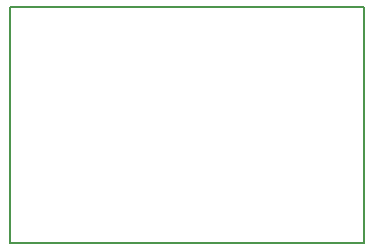
<source format=gm1>
G04 #@! TF.FileFunction,Profile,NP*
%FSLAX46Y46*%
G04 Gerber Fmt 4.6, Leading zero omitted, Abs format (unit mm)*
G04 Created by KiCad (PCBNEW (2016-02-18 BZR 6566, Git c2fd462)-product) date Wed 24 Feb 2016 09:41:19 PM EST*
%MOMM*%
G01*
G04 APERTURE LIST*
%ADD10C,0.100000*%
%ADD11C,0.150000*%
G04 APERTURE END LIST*
D10*
D11*
X0Y-20000000D02*
X0Y0D01*
X30000000Y-20000000D02*
X0Y-20000000D01*
X30000000Y0D02*
X30000000Y-20000000D01*
X0Y0D02*
X30000000Y0D01*
M02*

</source>
